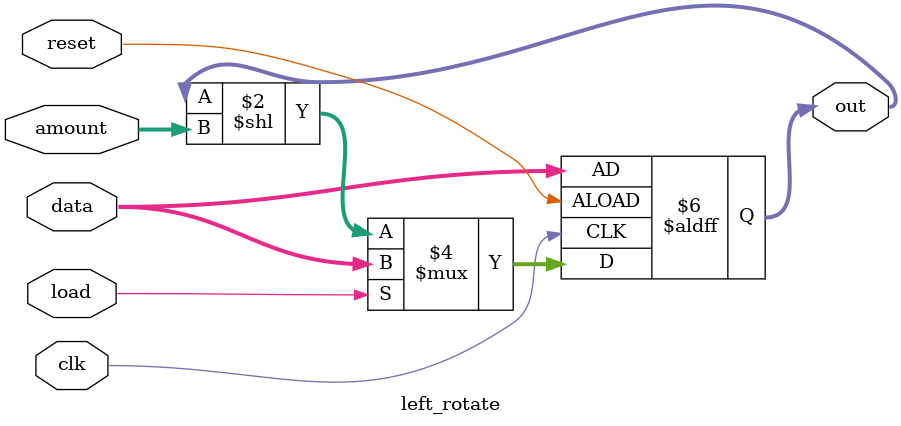
<source format=v>
module left_rotate(clk,reset,amount,data,load,out);
input clk,reset;
input [2:0] amount;
input [7:0] data;
input load;
output reg [7:0] out;
// when load is high, load data to out
// rotate the register out followed by shift left by amount bits
 
always @(posedge clk, posedge reset)
	begin
	if (reset)
	out <= data;
	else if (load)
	out <= data;
	else begin
	// define the shift left
	out = out << amount;
	end
	end

endmodule

</source>
